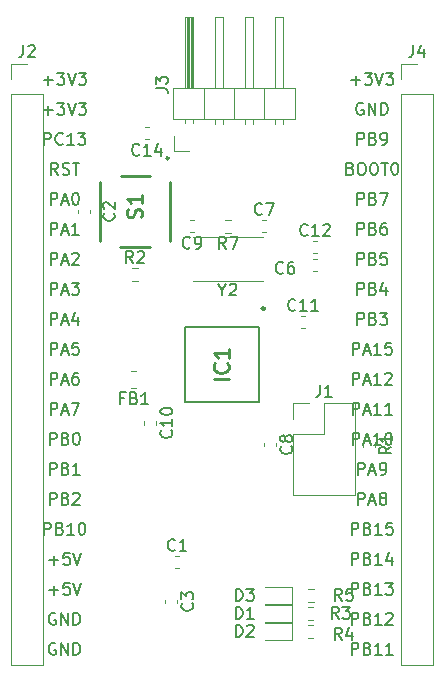
<source format=gbr>
%TF.GenerationSoftware,KiCad,Pcbnew,(5.1.9)-1*%
%TF.CreationDate,2021-02-22T18:19:41+01:00*%
%TF.ProjectId,bluePillG,626c7565-5069-46c6-9c47-2e6b69636164,rev?*%
%TF.SameCoordinates,Original*%
%TF.FileFunction,Legend,Top*%
%TF.FilePolarity,Positive*%
%FSLAX46Y46*%
G04 Gerber Fmt 4.6, Leading zero omitted, Abs format (unit mm)*
G04 Created by KiCad (PCBNEW (5.1.9)-1) date 2021-02-22 18:19:41*
%MOMM*%
%LPD*%
G01*
G04 APERTURE LIST*
%ADD10C,0.150000*%
%ADD11C,0.254000*%
%ADD12C,0.200000*%
%ADD13C,0.120000*%
G04 APERTURE END LIST*
D10*
X81383333Y-79192380D02*
X81383333Y-78192380D01*
X81764285Y-78192380D01*
X81859523Y-78240000D01*
X81907142Y-78287619D01*
X81954761Y-78382857D01*
X81954761Y-78525714D01*
X81907142Y-78620952D01*
X81859523Y-78668571D01*
X81764285Y-78716190D01*
X81383333Y-78716190D01*
X82335714Y-78906666D02*
X82811904Y-78906666D01*
X82240476Y-79192380D02*
X82573809Y-78192380D01*
X82907142Y-79192380D01*
X83288095Y-79192380D02*
X83478571Y-79192380D01*
X83573809Y-79144761D01*
X83621428Y-79097142D01*
X83716666Y-78954285D01*
X83764285Y-78763809D01*
X83764285Y-78382857D01*
X83716666Y-78287619D01*
X83669047Y-78240000D01*
X83573809Y-78192380D01*
X83383333Y-78192380D01*
X83288095Y-78240000D01*
X83240476Y-78287619D01*
X83192857Y-78382857D01*
X83192857Y-78620952D01*
X83240476Y-78716190D01*
X83288095Y-78763809D01*
X83383333Y-78811428D01*
X83573809Y-78811428D01*
X83669047Y-78763809D01*
X83716666Y-78716190D01*
X83764285Y-78620952D01*
X81311904Y-58872380D02*
X81311904Y-57872380D01*
X81692857Y-57872380D01*
X81788095Y-57920000D01*
X81835714Y-57967619D01*
X81883333Y-58062857D01*
X81883333Y-58205714D01*
X81835714Y-58300952D01*
X81788095Y-58348571D01*
X81692857Y-58396190D01*
X81311904Y-58396190D01*
X82645238Y-58348571D02*
X82788095Y-58396190D01*
X82835714Y-58443809D01*
X82883333Y-58539047D01*
X82883333Y-58681904D01*
X82835714Y-58777142D01*
X82788095Y-58824761D01*
X82692857Y-58872380D01*
X82311904Y-58872380D01*
X82311904Y-57872380D01*
X82645238Y-57872380D01*
X82740476Y-57920000D01*
X82788095Y-57967619D01*
X82835714Y-58062857D01*
X82835714Y-58158095D01*
X82788095Y-58253333D01*
X82740476Y-58300952D01*
X82645238Y-58348571D01*
X82311904Y-58348571D01*
X83740476Y-57872380D02*
X83550000Y-57872380D01*
X83454761Y-57920000D01*
X83407142Y-57967619D01*
X83311904Y-58110476D01*
X83264285Y-58300952D01*
X83264285Y-58681904D01*
X83311904Y-58777142D01*
X83359523Y-58824761D01*
X83454761Y-58872380D01*
X83645238Y-58872380D01*
X83740476Y-58824761D01*
X83788095Y-58777142D01*
X83835714Y-58681904D01*
X83835714Y-58443809D01*
X83788095Y-58348571D01*
X83740476Y-58300952D01*
X83645238Y-58253333D01*
X83454761Y-58253333D01*
X83359523Y-58300952D01*
X83311904Y-58348571D01*
X83264285Y-58443809D01*
X81311904Y-56332380D02*
X81311904Y-55332380D01*
X81692857Y-55332380D01*
X81788095Y-55380000D01*
X81835714Y-55427619D01*
X81883333Y-55522857D01*
X81883333Y-55665714D01*
X81835714Y-55760952D01*
X81788095Y-55808571D01*
X81692857Y-55856190D01*
X81311904Y-55856190D01*
X82645238Y-55808571D02*
X82788095Y-55856190D01*
X82835714Y-55903809D01*
X82883333Y-55999047D01*
X82883333Y-56141904D01*
X82835714Y-56237142D01*
X82788095Y-56284761D01*
X82692857Y-56332380D01*
X82311904Y-56332380D01*
X82311904Y-55332380D01*
X82645238Y-55332380D01*
X82740476Y-55380000D01*
X82788095Y-55427619D01*
X82835714Y-55522857D01*
X82835714Y-55618095D01*
X82788095Y-55713333D01*
X82740476Y-55760952D01*
X82645238Y-55808571D01*
X82311904Y-55808571D01*
X83216666Y-55332380D02*
X83883333Y-55332380D01*
X83454761Y-56332380D01*
X80835714Y-89352380D02*
X80835714Y-88352380D01*
X81216666Y-88352380D01*
X81311904Y-88400000D01*
X81359523Y-88447619D01*
X81407142Y-88542857D01*
X81407142Y-88685714D01*
X81359523Y-88780952D01*
X81311904Y-88828571D01*
X81216666Y-88876190D01*
X80835714Y-88876190D01*
X82169047Y-88828571D02*
X82311904Y-88876190D01*
X82359523Y-88923809D01*
X82407142Y-89019047D01*
X82407142Y-89161904D01*
X82359523Y-89257142D01*
X82311904Y-89304761D01*
X82216666Y-89352380D01*
X81835714Y-89352380D01*
X81835714Y-88352380D01*
X82169047Y-88352380D01*
X82264285Y-88400000D01*
X82311904Y-88447619D01*
X82359523Y-88542857D01*
X82359523Y-88638095D01*
X82311904Y-88733333D01*
X82264285Y-88780952D01*
X82169047Y-88828571D01*
X81835714Y-88828571D01*
X83359523Y-89352380D02*
X82788095Y-89352380D01*
X83073809Y-89352380D02*
X83073809Y-88352380D01*
X82978571Y-88495238D01*
X82883333Y-88590476D01*
X82788095Y-88638095D01*
X83692857Y-88352380D02*
X84311904Y-88352380D01*
X83978571Y-88733333D01*
X84121428Y-88733333D01*
X84216666Y-88780952D01*
X84264285Y-88828571D01*
X84311904Y-88923809D01*
X84311904Y-89161904D01*
X84264285Y-89257142D01*
X84216666Y-89304761D01*
X84121428Y-89352380D01*
X83835714Y-89352380D01*
X83740476Y-89304761D01*
X83692857Y-89257142D01*
X80835714Y-86812380D02*
X80835714Y-85812380D01*
X81216666Y-85812380D01*
X81311904Y-85860000D01*
X81359523Y-85907619D01*
X81407142Y-86002857D01*
X81407142Y-86145714D01*
X81359523Y-86240952D01*
X81311904Y-86288571D01*
X81216666Y-86336190D01*
X80835714Y-86336190D01*
X82169047Y-86288571D02*
X82311904Y-86336190D01*
X82359523Y-86383809D01*
X82407142Y-86479047D01*
X82407142Y-86621904D01*
X82359523Y-86717142D01*
X82311904Y-86764761D01*
X82216666Y-86812380D01*
X81835714Y-86812380D01*
X81835714Y-85812380D01*
X82169047Y-85812380D01*
X82264285Y-85860000D01*
X82311904Y-85907619D01*
X82359523Y-86002857D01*
X82359523Y-86098095D01*
X82311904Y-86193333D01*
X82264285Y-86240952D01*
X82169047Y-86288571D01*
X81835714Y-86288571D01*
X83359523Y-86812380D02*
X82788095Y-86812380D01*
X83073809Y-86812380D02*
X83073809Y-85812380D01*
X82978571Y-85955238D01*
X82883333Y-86050476D01*
X82788095Y-86098095D01*
X84216666Y-86145714D02*
X84216666Y-86812380D01*
X83978571Y-85764761D02*
X83740476Y-86479047D01*
X84359523Y-86479047D01*
X81788095Y-47760000D02*
X81692857Y-47712380D01*
X81550000Y-47712380D01*
X81407142Y-47760000D01*
X81311904Y-47855238D01*
X81264285Y-47950476D01*
X81216666Y-48140952D01*
X81216666Y-48283809D01*
X81264285Y-48474285D01*
X81311904Y-48569523D01*
X81407142Y-48664761D01*
X81550000Y-48712380D01*
X81645238Y-48712380D01*
X81788095Y-48664761D01*
X81835714Y-48617142D01*
X81835714Y-48283809D01*
X81645238Y-48283809D01*
X82264285Y-48712380D02*
X82264285Y-47712380D01*
X82835714Y-48712380D01*
X82835714Y-47712380D01*
X83311904Y-48712380D02*
X83311904Y-47712380D01*
X83550000Y-47712380D01*
X83692857Y-47760000D01*
X83788095Y-47855238D01*
X83835714Y-47950476D01*
X83883333Y-48140952D01*
X83883333Y-48283809D01*
X83835714Y-48474285D01*
X83788095Y-48569523D01*
X83692857Y-48664761D01*
X83550000Y-48712380D01*
X83311904Y-48712380D01*
X80907142Y-76652380D02*
X80907142Y-75652380D01*
X81288095Y-75652380D01*
X81383333Y-75700000D01*
X81430952Y-75747619D01*
X81478571Y-75842857D01*
X81478571Y-75985714D01*
X81430952Y-76080952D01*
X81383333Y-76128571D01*
X81288095Y-76176190D01*
X80907142Y-76176190D01*
X81859523Y-76366666D02*
X82335714Y-76366666D01*
X81764285Y-76652380D02*
X82097619Y-75652380D01*
X82430952Y-76652380D01*
X83288095Y-76652380D02*
X82716666Y-76652380D01*
X83002380Y-76652380D02*
X83002380Y-75652380D01*
X82907142Y-75795238D01*
X82811904Y-75890476D01*
X82716666Y-75938095D01*
X83907142Y-75652380D02*
X84002380Y-75652380D01*
X84097619Y-75700000D01*
X84145238Y-75747619D01*
X84192857Y-75842857D01*
X84240476Y-76033333D01*
X84240476Y-76271428D01*
X84192857Y-76461904D01*
X84145238Y-76557142D01*
X84097619Y-76604761D01*
X84002380Y-76652380D01*
X83907142Y-76652380D01*
X83811904Y-76604761D01*
X83764285Y-76557142D01*
X83716666Y-76461904D01*
X83669047Y-76271428D01*
X83669047Y-76033333D01*
X83716666Y-75842857D01*
X83764285Y-75747619D01*
X83811904Y-75700000D01*
X83907142Y-75652380D01*
X80907142Y-74112380D02*
X80907142Y-73112380D01*
X81288095Y-73112380D01*
X81383333Y-73160000D01*
X81430952Y-73207619D01*
X81478571Y-73302857D01*
X81478571Y-73445714D01*
X81430952Y-73540952D01*
X81383333Y-73588571D01*
X81288095Y-73636190D01*
X80907142Y-73636190D01*
X81859523Y-73826666D02*
X82335714Y-73826666D01*
X81764285Y-74112380D02*
X82097619Y-73112380D01*
X82430952Y-74112380D01*
X83288095Y-74112380D02*
X82716666Y-74112380D01*
X83002380Y-74112380D02*
X83002380Y-73112380D01*
X82907142Y-73255238D01*
X82811904Y-73350476D01*
X82716666Y-73398095D01*
X84240476Y-74112380D02*
X83669047Y-74112380D01*
X83954761Y-74112380D02*
X83954761Y-73112380D01*
X83859523Y-73255238D01*
X83764285Y-73350476D01*
X83669047Y-73398095D01*
X80907142Y-71572380D02*
X80907142Y-70572380D01*
X81288095Y-70572380D01*
X81383333Y-70620000D01*
X81430952Y-70667619D01*
X81478571Y-70762857D01*
X81478571Y-70905714D01*
X81430952Y-71000952D01*
X81383333Y-71048571D01*
X81288095Y-71096190D01*
X80907142Y-71096190D01*
X81859523Y-71286666D02*
X82335714Y-71286666D01*
X81764285Y-71572380D02*
X82097619Y-70572380D01*
X82430952Y-71572380D01*
X83288095Y-71572380D02*
X82716666Y-71572380D01*
X83002380Y-71572380D02*
X83002380Y-70572380D01*
X82907142Y-70715238D01*
X82811904Y-70810476D01*
X82716666Y-70858095D01*
X83669047Y-70667619D02*
X83716666Y-70620000D01*
X83811904Y-70572380D01*
X84050000Y-70572380D01*
X84145238Y-70620000D01*
X84192857Y-70667619D01*
X84240476Y-70762857D01*
X84240476Y-70858095D01*
X84192857Y-71000952D01*
X83621428Y-71572380D01*
X84240476Y-71572380D01*
X81311904Y-66492380D02*
X81311904Y-65492380D01*
X81692857Y-65492380D01*
X81788095Y-65540000D01*
X81835714Y-65587619D01*
X81883333Y-65682857D01*
X81883333Y-65825714D01*
X81835714Y-65920952D01*
X81788095Y-65968571D01*
X81692857Y-66016190D01*
X81311904Y-66016190D01*
X82645238Y-65968571D02*
X82788095Y-66016190D01*
X82835714Y-66063809D01*
X82883333Y-66159047D01*
X82883333Y-66301904D01*
X82835714Y-66397142D01*
X82788095Y-66444761D01*
X82692857Y-66492380D01*
X82311904Y-66492380D01*
X82311904Y-65492380D01*
X82645238Y-65492380D01*
X82740476Y-65540000D01*
X82788095Y-65587619D01*
X82835714Y-65682857D01*
X82835714Y-65778095D01*
X82788095Y-65873333D01*
X82740476Y-65920952D01*
X82645238Y-65968571D01*
X82311904Y-65968571D01*
X83216666Y-65492380D02*
X83835714Y-65492380D01*
X83502380Y-65873333D01*
X83645238Y-65873333D01*
X83740476Y-65920952D01*
X83788095Y-65968571D01*
X83835714Y-66063809D01*
X83835714Y-66301904D01*
X83788095Y-66397142D01*
X83740476Y-66444761D01*
X83645238Y-66492380D01*
X83359523Y-66492380D01*
X83264285Y-66444761D01*
X83216666Y-66397142D01*
X81311904Y-61412380D02*
X81311904Y-60412380D01*
X81692857Y-60412380D01*
X81788095Y-60460000D01*
X81835714Y-60507619D01*
X81883333Y-60602857D01*
X81883333Y-60745714D01*
X81835714Y-60840952D01*
X81788095Y-60888571D01*
X81692857Y-60936190D01*
X81311904Y-60936190D01*
X82645238Y-60888571D02*
X82788095Y-60936190D01*
X82835714Y-60983809D01*
X82883333Y-61079047D01*
X82883333Y-61221904D01*
X82835714Y-61317142D01*
X82788095Y-61364761D01*
X82692857Y-61412380D01*
X82311904Y-61412380D01*
X82311904Y-60412380D01*
X82645238Y-60412380D01*
X82740476Y-60460000D01*
X82788095Y-60507619D01*
X82835714Y-60602857D01*
X82835714Y-60698095D01*
X82788095Y-60793333D01*
X82740476Y-60840952D01*
X82645238Y-60888571D01*
X82311904Y-60888571D01*
X83788095Y-60412380D02*
X83311904Y-60412380D01*
X83264285Y-60888571D01*
X83311904Y-60840952D01*
X83407142Y-60793333D01*
X83645238Y-60793333D01*
X83740476Y-60840952D01*
X83788095Y-60888571D01*
X83835714Y-60983809D01*
X83835714Y-61221904D01*
X83788095Y-61317142D01*
X83740476Y-61364761D01*
X83645238Y-61412380D01*
X83407142Y-61412380D01*
X83311904Y-61364761D01*
X83264285Y-61317142D01*
X81383333Y-81732380D02*
X81383333Y-80732380D01*
X81764285Y-80732380D01*
X81859523Y-80780000D01*
X81907142Y-80827619D01*
X81954761Y-80922857D01*
X81954761Y-81065714D01*
X81907142Y-81160952D01*
X81859523Y-81208571D01*
X81764285Y-81256190D01*
X81383333Y-81256190D01*
X82335714Y-81446666D02*
X82811904Y-81446666D01*
X82240476Y-81732380D02*
X82573809Y-80732380D01*
X82907142Y-81732380D01*
X83383333Y-81160952D02*
X83288095Y-81113333D01*
X83240476Y-81065714D01*
X83192857Y-80970476D01*
X83192857Y-80922857D01*
X83240476Y-80827619D01*
X83288095Y-80780000D01*
X83383333Y-80732380D01*
X83573809Y-80732380D01*
X83669047Y-80780000D01*
X83716666Y-80827619D01*
X83764285Y-80922857D01*
X83764285Y-80970476D01*
X83716666Y-81065714D01*
X83669047Y-81113333D01*
X83573809Y-81160952D01*
X83383333Y-81160952D01*
X83288095Y-81208571D01*
X83240476Y-81256190D01*
X83192857Y-81351428D01*
X83192857Y-81541904D01*
X83240476Y-81637142D01*
X83288095Y-81684761D01*
X83383333Y-81732380D01*
X83573809Y-81732380D01*
X83669047Y-81684761D01*
X83716666Y-81637142D01*
X83764285Y-81541904D01*
X83764285Y-81351428D01*
X83716666Y-81256190D01*
X83669047Y-81208571D01*
X83573809Y-81160952D01*
X80907142Y-69032380D02*
X80907142Y-68032380D01*
X81288095Y-68032380D01*
X81383333Y-68080000D01*
X81430952Y-68127619D01*
X81478571Y-68222857D01*
X81478571Y-68365714D01*
X81430952Y-68460952D01*
X81383333Y-68508571D01*
X81288095Y-68556190D01*
X80907142Y-68556190D01*
X81859523Y-68746666D02*
X82335714Y-68746666D01*
X81764285Y-69032380D02*
X82097619Y-68032380D01*
X82430952Y-69032380D01*
X83288095Y-69032380D02*
X82716666Y-69032380D01*
X83002380Y-69032380D02*
X83002380Y-68032380D01*
X82907142Y-68175238D01*
X82811904Y-68270476D01*
X82716666Y-68318095D01*
X84192857Y-68032380D02*
X83716666Y-68032380D01*
X83669047Y-68508571D01*
X83716666Y-68460952D01*
X83811904Y-68413333D01*
X84050000Y-68413333D01*
X84145238Y-68460952D01*
X84192857Y-68508571D01*
X84240476Y-68603809D01*
X84240476Y-68841904D01*
X84192857Y-68937142D01*
X84145238Y-68984761D01*
X84050000Y-69032380D01*
X83811904Y-69032380D01*
X83716666Y-68984761D01*
X83669047Y-68937142D01*
X81311904Y-63952380D02*
X81311904Y-62952380D01*
X81692857Y-62952380D01*
X81788095Y-63000000D01*
X81835714Y-63047619D01*
X81883333Y-63142857D01*
X81883333Y-63285714D01*
X81835714Y-63380952D01*
X81788095Y-63428571D01*
X81692857Y-63476190D01*
X81311904Y-63476190D01*
X82645238Y-63428571D02*
X82788095Y-63476190D01*
X82835714Y-63523809D01*
X82883333Y-63619047D01*
X82883333Y-63761904D01*
X82835714Y-63857142D01*
X82788095Y-63904761D01*
X82692857Y-63952380D01*
X82311904Y-63952380D01*
X82311904Y-62952380D01*
X82645238Y-62952380D01*
X82740476Y-63000000D01*
X82788095Y-63047619D01*
X82835714Y-63142857D01*
X82835714Y-63238095D01*
X82788095Y-63333333D01*
X82740476Y-63380952D01*
X82645238Y-63428571D01*
X82311904Y-63428571D01*
X83740476Y-63285714D02*
X83740476Y-63952380D01*
X83502380Y-62904761D02*
X83264285Y-63619047D01*
X83883333Y-63619047D01*
X80788095Y-45791428D02*
X81550000Y-45791428D01*
X81169047Y-46172380D02*
X81169047Y-45410476D01*
X81930952Y-45172380D02*
X82550000Y-45172380D01*
X82216666Y-45553333D01*
X82359523Y-45553333D01*
X82454761Y-45600952D01*
X82502380Y-45648571D01*
X82550000Y-45743809D01*
X82550000Y-45981904D01*
X82502380Y-46077142D01*
X82454761Y-46124761D01*
X82359523Y-46172380D01*
X82073809Y-46172380D01*
X81978571Y-46124761D01*
X81930952Y-46077142D01*
X82835714Y-45172380D02*
X83169047Y-46172380D01*
X83502380Y-45172380D01*
X83740476Y-45172380D02*
X84359523Y-45172380D01*
X84026190Y-45553333D01*
X84169047Y-45553333D01*
X84264285Y-45600952D01*
X84311904Y-45648571D01*
X84359523Y-45743809D01*
X84359523Y-45981904D01*
X84311904Y-46077142D01*
X84264285Y-46124761D01*
X84169047Y-46172380D01*
X83883333Y-46172380D01*
X83788095Y-46124761D01*
X83740476Y-46077142D01*
X80835714Y-94432380D02*
X80835714Y-93432380D01*
X81216666Y-93432380D01*
X81311904Y-93480000D01*
X81359523Y-93527619D01*
X81407142Y-93622857D01*
X81407142Y-93765714D01*
X81359523Y-93860952D01*
X81311904Y-93908571D01*
X81216666Y-93956190D01*
X80835714Y-93956190D01*
X82169047Y-93908571D02*
X82311904Y-93956190D01*
X82359523Y-94003809D01*
X82407142Y-94099047D01*
X82407142Y-94241904D01*
X82359523Y-94337142D01*
X82311904Y-94384761D01*
X82216666Y-94432380D01*
X81835714Y-94432380D01*
X81835714Y-93432380D01*
X82169047Y-93432380D01*
X82264285Y-93480000D01*
X82311904Y-93527619D01*
X82359523Y-93622857D01*
X82359523Y-93718095D01*
X82311904Y-93813333D01*
X82264285Y-93860952D01*
X82169047Y-93908571D01*
X81835714Y-93908571D01*
X83359523Y-94432380D02*
X82788095Y-94432380D01*
X83073809Y-94432380D02*
X83073809Y-93432380D01*
X82978571Y-93575238D01*
X82883333Y-93670476D01*
X82788095Y-93718095D01*
X84311904Y-94432380D02*
X83740476Y-94432380D01*
X84026190Y-94432380D02*
X84026190Y-93432380D01*
X83930952Y-93575238D01*
X83835714Y-93670476D01*
X83740476Y-93718095D01*
X80835714Y-91892380D02*
X80835714Y-90892380D01*
X81216666Y-90892380D01*
X81311904Y-90940000D01*
X81359523Y-90987619D01*
X81407142Y-91082857D01*
X81407142Y-91225714D01*
X81359523Y-91320952D01*
X81311904Y-91368571D01*
X81216666Y-91416190D01*
X80835714Y-91416190D01*
X82169047Y-91368571D02*
X82311904Y-91416190D01*
X82359523Y-91463809D01*
X82407142Y-91559047D01*
X82407142Y-91701904D01*
X82359523Y-91797142D01*
X82311904Y-91844761D01*
X82216666Y-91892380D01*
X81835714Y-91892380D01*
X81835714Y-90892380D01*
X82169047Y-90892380D01*
X82264285Y-90940000D01*
X82311904Y-90987619D01*
X82359523Y-91082857D01*
X82359523Y-91178095D01*
X82311904Y-91273333D01*
X82264285Y-91320952D01*
X82169047Y-91368571D01*
X81835714Y-91368571D01*
X83359523Y-91892380D02*
X82788095Y-91892380D01*
X83073809Y-91892380D02*
X83073809Y-90892380D01*
X82978571Y-91035238D01*
X82883333Y-91130476D01*
X82788095Y-91178095D01*
X83740476Y-90987619D02*
X83788095Y-90940000D01*
X83883333Y-90892380D01*
X84121428Y-90892380D01*
X84216666Y-90940000D01*
X84264285Y-90987619D01*
X84311904Y-91082857D01*
X84311904Y-91178095D01*
X84264285Y-91320952D01*
X83692857Y-91892380D01*
X84311904Y-91892380D01*
X81311904Y-51252380D02*
X81311904Y-50252380D01*
X81692857Y-50252380D01*
X81788095Y-50300000D01*
X81835714Y-50347619D01*
X81883333Y-50442857D01*
X81883333Y-50585714D01*
X81835714Y-50680952D01*
X81788095Y-50728571D01*
X81692857Y-50776190D01*
X81311904Y-50776190D01*
X82645238Y-50728571D02*
X82788095Y-50776190D01*
X82835714Y-50823809D01*
X82883333Y-50919047D01*
X82883333Y-51061904D01*
X82835714Y-51157142D01*
X82788095Y-51204761D01*
X82692857Y-51252380D01*
X82311904Y-51252380D01*
X82311904Y-50252380D01*
X82645238Y-50252380D01*
X82740476Y-50300000D01*
X82788095Y-50347619D01*
X82835714Y-50442857D01*
X82835714Y-50538095D01*
X82788095Y-50633333D01*
X82740476Y-50680952D01*
X82645238Y-50728571D01*
X82311904Y-50728571D01*
X83359523Y-51252380D02*
X83550000Y-51252380D01*
X83645238Y-51204761D01*
X83692857Y-51157142D01*
X83788095Y-51014285D01*
X83835714Y-50823809D01*
X83835714Y-50442857D01*
X83788095Y-50347619D01*
X83740476Y-50300000D01*
X83645238Y-50252380D01*
X83454761Y-50252380D01*
X83359523Y-50300000D01*
X83311904Y-50347619D01*
X83264285Y-50442857D01*
X83264285Y-50680952D01*
X83311904Y-50776190D01*
X83359523Y-50823809D01*
X83454761Y-50871428D01*
X83645238Y-50871428D01*
X83740476Y-50823809D01*
X83788095Y-50776190D01*
X83835714Y-50680952D01*
X80835714Y-84272380D02*
X80835714Y-83272380D01*
X81216666Y-83272380D01*
X81311904Y-83320000D01*
X81359523Y-83367619D01*
X81407142Y-83462857D01*
X81407142Y-83605714D01*
X81359523Y-83700952D01*
X81311904Y-83748571D01*
X81216666Y-83796190D01*
X80835714Y-83796190D01*
X82169047Y-83748571D02*
X82311904Y-83796190D01*
X82359523Y-83843809D01*
X82407142Y-83939047D01*
X82407142Y-84081904D01*
X82359523Y-84177142D01*
X82311904Y-84224761D01*
X82216666Y-84272380D01*
X81835714Y-84272380D01*
X81835714Y-83272380D01*
X82169047Y-83272380D01*
X82264285Y-83320000D01*
X82311904Y-83367619D01*
X82359523Y-83462857D01*
X82359523Y-83558095D01*
X82311904Y-83653333D01*
X82264285Y-83700952D01*
X82169047Y-83748571D01*
X81835714Y-83748571D01*
X83359523Y-84272380D02*
X82788095Y-84272380D01*
X83073809Y-84272380D02*
X83073809Y-83272380D01*
X82978571Y-83415238D01*
X82883333Y-83510476D01*
X82788095Y-83558095D01*
X84264285Y-83272380D02*
X83788095Y-83272380D01*
X83740476Y-83748571D01*
X83788095Y-83700952D01*
X83883333Y-83653333D01*
X84121428Y-83653333D01*
X84216666Y-83700952D01*
X84264285Y-83748571D01*
X84311904Y-83843809D01*
X84311904Y-84081904D01*
X84264285Y-84177142D01*
X84216666Y-84224761D01*
X84121428Y-84272380D01*
X83883333Y-84272380D01*
X83788095Y-84224761D01*
X83740476Y-84177142D01*
X80716666Y-53268571D02*
X80859523Y-53316190D01*
X80907142Y-53363809D01*
X80954761Y-53459047D01*
X80954761Y-53601904D01*
X80907142Y-53697142D01*
X80859523Y-53744761D01*
X80764285Y-53792380D01*
X80383333Y-53792380D01*
X80383333Y-52792380D01*
X80716666Y-52792380D01*
X80811904Y-52840000D01*
X80859523Y-52887619D01*
X80907142Y-52982857D01*
X80907142Y-53078095D01*
X80859523Y-53173333D01*
X80811904Y-53220952D01*
X80716666Y-53268571D01*
X80383333Y-53268571D01*
X81573809Y-52792380D02*
X81764285Y-52792380D01*
X81859523Y-52840000D01*
X81954761Y-52935238D01*
X82002380Y-53125714D01*
X82002380Y-53459047D01*
X81954761Y-53649523D01*
X81859523Y-53744761D01*
X81764285Y-53792380D01*
X81573809Y-53792380D01*
X81478571Y-53744761D01*
X81383333Y-53649523D01*
X81335714Y-53459047D01*
X81335714Y-53125714D01*
X81383333Y-52935238D01*
X81478571Y-52840000D01*
X81573809Y-52792380D01*
X82621428Y-52792380D02*
X82811904Y-52792380D01*
X82907142Y-52840000D01*
X83002380Y-52935238D01*
X83050000Y-53125714D01*
X83050000Y-53459047D01*
X83002380Y-53649523D01*
X82907142Y-53744761D01*
X82811904Y-53792380D01*
X82621428Y-53792380D01*
X82526190Y-53744761D01*
X82430952Y-53649523D01*
X82383333Y-53459047D01*
X82383333Y-53125714D01*
X82430952Y-52935238D01*
X82526190Y-52840000D01*
X82621428Y-52792380D01*
X83335714Y-52792380D02*
X83907142Y-52792380D01*
X83621428Y-53792380D02*
X83621428Y-52792380D01*
X84430952Y-52792380D02*
X84526190Y-52792380D01*
X84621428Y-52840000D01*
X84669047Y-52887619D01*
X84716666Y-52982857D01*
X84764285Y-53173333D01*
X84764285Y-53411428D01*
X84716666Y-53601904D01*
X84669047Y-53697142D01*
X84621428Y-53744761D01*
X84526190Y-53792380D01*
X84430952Y-53792380D01*
X84335714Y-53744761D01*
X84288095Y-53697142D01*
X84240476Y-53601904D01*
X84192857Y-53411428D01*
X84192857Y-53173333D01*
X84240476Y-52982857D01*
X84288095Y-52887619D01*
X84335714Y-52840000D01*
X84430952Y-52792380D01*
X55753095Y-93480000D02*
X55657857Y-93432380D01*
X55515000Y-93432380D01*
X55372142Y-93480000D01*
X55276904Y-93575238D01*
X55229285Y-93670476D01*
X55181666Y-93860952D01*
X55181666Y-94003809D01*
X55229285Y-94194285D01*
X55276904Y-94289523D01*
X55372142Y-94384761D01*
X55515000Y-94432380D01*
X55610238Y-94432380D01*
X55753095Y-94384761D01*
X55800714Y-94337142D01*
X55800714Y-94003809D01*
X55610238Y-94003809D01*
X56229285Y-94432380D02*
X56229285Y-93432380D01*
X56800714Y-94432380D01*
X56800714Y-93432380D01*
X57276904Y-94432380D02*
X57276904Y-93432380D01*
X57515000Y-93432380D01*
X57657857Y-93480000D01*
X57753095Y-93575238D01*
X57800714Y-93670476D01*
X57848333Y-93860952D01*
X57848333Y-94003809D01*
X57800714Y-94194285D01*
X57753095Y-94289523D01*
X57657857Y-94384761D01*
X57515000Y-94432380D01*
X57276904Y-94432380D01*
X55753095Y-90940000D02*
X55657857Y-90892380D01*
X55515000Y-90892380D01*
X55372142Y-90940000D01*
X55276904Y-91035238D01*
X55229285Y-91130476D01*
X55181666Y-91320952D01*
X55181666Y-91463809D01*
X55229285Y-91654285D01*
X55276904Y-91749523D01*
X55372142Y-91844761D01*
X55515000Y-91892380D01*
X55610238Y-91892380D01*
X55753095Y-91844761D01*
X55800714Y-91797142D01*
X55800714Y-91463809D01*
X55610238Y-91463809D01*
X56229285Y-91892380D02*
X56229285Y-90892380D01*
X56800714Y-91892380D01*
X56800714Y-90892380D01*
X57276904Y-91892380D02*
X57276904Y-90892380D01*
X57515000Y-90892380D01*
X57657857Y-90940000D01*
X57753095Y-91035238D01*
X57800714Y-91130476D01*
X57848333Y-91320952D01*
X57848333Y-91463809D01*
X57800714Y-91654285D01*
X57753095Y-91749523D01*
X57657857Y-91844761D01*
X57515000Y-91892380D01*
X57276904Y-91892380D01*
X55229285Y-88971428D02*
X55991190Y-88971428D01*
X55610238Y-89352380D02*
X55610238Y-88590476D01*
X56943571Y-88352380D02*
X56467380Y-88352380D01*
X56419761Y-88828571D01*
X56467380Y-88780952D01*
X56562619Y-88733333D01*
X56800714Y-88733333D01*
X56895952Y-88780952D01*
X56943571Y-88828571D01*
X56991190Y-88923809D01*
X56991190Y-89161904D01*
X56943571Y-89257142D01*
X56895952Y-89304761D01*
X56800714Y-89352380D01*
X56562619Y-89352380D01*
X56467380Y-89304761D01*
X56419761Y-89257142D01*
X57276904Y-88352380D02*
X57610238Y-89352380D01*
X57943571Y-88352380D01*
X55229285Y-86431428D02*
X55991190Y-86431428D01*
X55610238Y-86812380D02*
X55610238Y-86050476D01*
X56943571Y-85812380D02*
X56467380Y-85812380D01*
X56419761Y-86288571D01*
X56467380Y-86240952D01*
X56562619Y-86193333D01*
X56800714Y-86193333D01*
X56895952Y-86240952D01*
X56943571Y-86288571D01*
X56991190Y-86383809D01*
X56991190Y-86621904D01*
X56943571Y-86717142D01*
X56895952Y-86764761D01*
X56800714Y-86812380D01*
X56562619Y-86812380D01*
X56467380Y-86764761D01*
X56419761Y-86717142D01*
X57276904Y-85812380D02*
X57610238Y-86812380D01*
X57943571Y-85812380D01*
X54800714Y-84272380D02*
X54800714Y-83272380D01*
X55181666Y-83272380D01*
X55276904Y-83320000D01*
X55324523Y-83367619D01*
X55372142Y-83462857D01*
X55372142Y-83605714D01*
X55324523Y-83700952D01*
X55276904Y-83748571D01*
X55181666Y-83796190D01*
X54800714Y-83796190D01*
X56134047Y-83748571D02*
X56276904Y-83796190D01*
X56324523Y-83843809D01*
X56372142Y-83939047D01*
X56372142Y-84081904D01*
X56324523Y-84177142D01*
X56276904Y-84224761D01*
X56181666Y-84272380D01*
X55800714Y-84272380D01*
X55800714Y-83272380D01*
X56134047Y-83272380D01*
X56229285Y-83320000D01*
X56276904Y-83367619D01*
X56324523Y-83462857D01*
X56324523Y-83558095D01*
X56276904Y-83653333D01*
X56229285Y-83700952D01*
X56134047Y-83748571D01*
X55800714Y-83748571D01*
X57324523Y-84272380D02*
X56753095Y-84272380D01*
X57038809Y-84272380D02*
X57038809Y-83272380D01*
X56943571Y-83415238D01*
X56848333Y-83510476D01*
X56753095Y-83558095D01*
X57943571Y-83272380D02*
X58038809Y-83272380D01*
X58134047Y-83320000D01*
X58181666Y-83367619D01*
X58229285Y-83462857D01*
X58276904Y-83653333D01*
X58276904Y-83891428D01*
X58229285Y-84081904D01*
X58181666Y-84177142D01*
X58134047Y-84224761D01*
X58038809Y-84272380D01*
X57943571Y-84272380D01*
X57848333Y-84224761D01*
X57800714Y-84177142D01*
X57753095Y-84081904D01*
X57705476Y-83891428D01*
X57705476Y-83653333D01*
X57753095Y-83462857D01*
X57800714Y-83367619D01*
X57848333Y-83320000D01*
X57943571Y-83272380D01*
X55276904Y-81732380D02*
X55276904Y-80732380D01*
X55657857Y-80732380D01*
X55753095Y-80780000D01*
X55800714Y-80827619D01*
X55848333Y-80922857D01*
X55848333Y-81065714D01*
X55800714Y-81160952D01*
X55753095Y-81208571D01*
X55657857Y-81256190D01*
X55276904Y-81256190D01*
X56610238Y-81208571D02*
X56753095Y-81256190D01*
X56800714Y-81303809D01*
X56848333Y-81399047D01*
X56848333Y-81541904D01*
X56800714Y-81637142D01*
X56753095Y-81684761D01*
X56657857Y-81732380D01*
X56276904Y-81732380D01*
X56276904Y-80732380D01*
X56610238Y-80732380D01*
X56705476Y-80780000D01*
X56753095Y-80827619D01*
X56800714Y-80922857D01*
X56800714Y-81018095D01*
X56753095Y-81113333D01*
X56705476Y-81160952D01*
X56610238Y-81208571D01*
X56276904Y-81208571D01*
X57229285Y-80827619D02*
X57276904Y-80780000D01*
X57372142Y-80732380D01*
X57610238Y-80732380D01*
X57705476Y-80780000D01*
X57753095Y-80827619D01*
X57800714Y-80922857D01*
X57800714Y-81018095D01*
X57753095Y-81160952D01*
X57181666Y-81732380D01*
X57800714Y-81732380D01*
X55276904Y-79192380D02*
X55276904Y-78192380D01*
X55657857Y-78192380D01*
X55753095Y-78240000D01*
X55800714Y-78287619D01*
X55848333Y-78382857D01*
X55848333Y-78525714D01*
X55800714Y-78620952D01*
X55753095Y-78668571D01*
X55657857Y-78716190D01*
X55276904Y-78716190D01*
X56610238Y-78668571D02*
X56753095Y-78716190D01*
X56800714Y-78763809D01*
X56848333Y-78859047D01*
X56848333Y-79001904D01*
X56800714Y-79097142D01*
X56753095Y-79144761D01*
X56657857Y-79192380D01*
X56276904Y-79192380D01*
X56276904Y-78192380D01*
X56610238Y-78192380D01*
X56705476Y-78240000D01*
X56753095Y-78287619D01*
X56800714Y-78382857D01*
X56800714Y-78478095D01*
X56753095Y-78573333D01*
X56705476Y-78620952D01*
X56610238Y-78668571D01*
X56276904Y-78668571D01*
X57800714Y-79192380D02*
X57229285Y-79192380D01*
X57515000Y-79192380D02*
X57515000Y-78192380D01*
X57419761Y-78335238D01*
X57324523Y-78430476D01*
X57229285Y-78478095D01*
X55276904Y-76652380D02*
X55276904Y-75652380D01*
X55657857Y-75652380D01*
X55753095Y-75700000D01*
X55800714Y-75747619D01*
X55848333Y-75842857D01*
X55848333Y-75985714D01*
X55800714Y-76080952D01*
X55753095Y-76128571D01*
X55657857Y-76176190D01*
X55276904Y-76176190D01*
X56610238Y-76128571D02*
X56753095Y-76176190D01*
X56800714Y-76223809D01*
X56848333Y-76319047D01*
X56848333Y-76461904D01*
X56800714Y-76557142D01*
X56753095Y-76604761D01*
X56657857Y-76652380D01*
X56276904Y-76652380D01*
X56276904Y-75652380D01*
X56610238Y-75652380D01*
X56705476Y-75700000D01*
X56753095Y-75747619D01*
X56800714Y-75842857D01*
X56800714Y-75938095D01*
X56753095Y-76033333D01*
X56705476Y-76080952D01*
X56610238Y-76128571D01*
X56276904Y-76128571D01*
X57467380Y-75652380D02*
X57562619Y-75652380D01*
X57657857Y-75700000D01*
X57705476Y-75747619D01*
X57753095Y-75842857D01*
X57800714Y-76033333D01*
X57800714Y-76271428D01*
X57753095Y-76461904D01*
X57705476Y-76557142D01*
X57657857Y-76604761D01*
X57562619Y-76652380D01*
X57467380Y-76652380D01*
X57372142Y-76604761D01*
X57324523Y-76557142D01*
X57276904Y-76461904D01*
X57229285Y-76271428D01*
X57229285Y-76033333D01*
X57276904Y-75842857D01*
X57324523Y-75747619D01*
X57372142Y-75700000D01*
X57467380Y-75652380D01*
X55348333Y-74112380D02*
X55348333Y-73112380D01*
X55729285Y-73112380D01*
X55824523Y-73160000D01*
X55872142Y-73207619D01*
X55919761Y-73302857D01*
X55919761Y-73445714D01*
X55872142Y-73540952D01*
X55824523Y-73588571D01*
X55729285Y-73636190D01*
X55348333Y-73636190D01*
X56300714Y-73826666D02*
X56776904Y-73826666D01*
X56205476Y-74112380D02*
X56538809Y-73112380D01*
X56872142Y-74112380D01*
X57110238Y-73112380D02*
X57776904Y-73112380D01*
X57348333Y-74112380D01*
X55348333Y-71572380D02*
X55348333Y-70572380D01*
X55729285Y-70572380D01*
X55824523Y-70620000D01*
X55872142Y-70667619D01*
X55919761Y-70762857D01*
X55919761Y-70905714D01*
X55872142Y-71000952D01*
X55824523Y-71048571D01*
X55729285Y-71096190D01*
X55348333Y-71096190D01*
X56300714Y-71286666D02*
X56776904Y-71286666D01*
X56205476Y-71572380D02*
X56538809Y-70572380D01*
X56872142Y-71572380D01*
X57634047Y-70572380D02*
X57443571Y-70572380D01*
X57348333Y-70620000D01*
X57300714Y-70667619D01*
X57205476Y-70810476D01*
X57157857Y-71000952D01*
X57157857Y-71381904D01*
X57205476Y-71477142D01*
X57253095Y-71524761D01*
X57348333Y-71572380D01*
X57538809Y-71572380D01*
X57634047Y-71524761D01*
X57681666Y-71477142D01*
X57729285Y-71381904D01*
X57729285Y-71143809D01*
X57681666Y-71048571D01*
X57634047Y-71000952D01*
X57538809Y-70953333D01*
X57348333Y-70953333D01*
X57253095Y-71000952D01*
X57205476Y-71048571D01*
X57157857Y-71143809D01*
X55348333Y-69032380D02*
X55348333Y-68032380D01*
X55729285Y-68032380D01*
X55824523Y-68080000D01*
X55872142Y-68127619D01*
X55919761Y-68222857D01*
X55919761Y-68365714D01*
X55872142Y-68460952D01*
X55824523Y-68508571D01*
X55729285Y-68556190D01*
X55348333Y-68556190D01*
X56300714Y-68746666D02*
X56776904Y-68746666D01*
X56205476Y-69032380D02*
X56538809Y-68032380D01*
X56872142Y-69032380D01*
X57681666Y-68032380D02*
X57205476Y-68032380D01*
X57157857Y-68508571D01*
X57205476Y-68460952D01*
X57300714Y-68413333D01*
X57538809Y-68413333D01*
X57634047Y-68460952D01*
X57681666Y-68508571D01*
X57729285Y-68603809D01*
X57729285Y-68841904D01*
X57681666Y-68937142D01*
X57634047Y-68984761D01*
X57538809Y-69032380D01*
X57300714Y-69032380D01*
X57205476Y-68984761D01*
X57157857Y-68937142D01*
X55348333Y-66492380D02*
X55348333Y-65492380D01*
X55729285Y-65492380D01*
X55824523Y-65540000D01*
X55872142Y-65587619D01*
X55919761Y-65682857D01*
X55919761Y-65825714D01*
X55872142Y-65920952D01*
X55824523Y-65968571D01*
X55729285Y-66016190D01*
X55348333Y-66016190D01*
X56300714Y-66206666D02*
X56776904Y-66206666D01*
X56205476Y-66492380D02*
X56538809Y-65492380D01*
X56872142Y-66492380D01*
X57634047Y-65825714D02*
X57634047Y-66492380D01*
X57395952Y-65444761D02*
X57157857Y-66159047D01*
X57776904Y-66159047D01*
X55348333Y-63952380D02*
X55348333Y-62952380D01*
X55729285Y-62952380D01*
X55824523Y-63000000D01*
X55872142Y-63047619D01*
X55919761Y-63142857D01*
X55919761Y-63285714D01*
X55872142Y-63380952D01*
X55824523Y-63428571D01*
X55729285Y-63476190D01*
X55348333Y-63476190D01*
X56300714Y-63666666D02*
X56776904Y-63666666D01*
X56205476Y-63952380D02*
X56538809Y-62952380D01*
X56872142Y-63952380D01*
X57110238Y-62952380D02*
X57729285Y-62952380D01*
X57395952Y-63333333D01*
X57538809Y-63333333D01*
X57634047Y-63380952D01*
X57681666Y-63428571D01*
X57729285Y-63523809D01*
X57729285Y-63761904D01*
X57681666Y-63857142D01*
X57634047Y-63904761D01*
X57538809Y-63952380D01*
X57253095Y-63952380D01*
X57157857Y-63904761D01*
X57110238Y-63857142D01*
X55348333Y-61412380D02*
X55348333Y-60412380D01*
X55729285Y-60412380D01*
X55824523Y-60460000D01*
X55872142Y-60507619D01*
X55919761Y-60602857D01*
X55919761Y-60745714D01*
X55872142Y-60840952D01*
X55824523Y-60888571D01*
X55729285Y-60936190D01*
X55348333Y-60936190D01*
X56300714Y-61126666D02*
X56776904Y-61126666D01*
X56205476Y-61412380D02*
X56538809Y-60412380D01*
X56872142Y-61412380D01*
X57157857Y-60507619D02*
X57205476Y-60460000D01*
X57300714Y-60412380D01*
X57538809Y-60412380D01*
X57634047Y-60460000D01*
X57681666Y-60507619D01*
X57729285Y-60602857D01*
X57729285Y-60698095D01*
X57681666Y-60840952D01*
X57110238Y-61412380D01*
X57729285Y-61412380D01*
X55348333Y-58872380D02*
X55348333Y-57872380D01*
X55729285Y-57872380D01*
X55824523Y-57920000D01*
X55872142Y-57967619D01*
X55919761Y-58062857D01*
X55919761Y-58205714D01*
X55872142Y-58300952D01*
X55824523Y-58348571D01*
X55729285Y-58396190D01*
X55348333Y-58396190D01*
X56300714Y-58586666D02*
X56776904Y-58586666D01*
X56205476Y-58872380D02*
X56538809Y-57872380D01*
X56872142Y-58872380D01*
X57729285Y-58872380D02*
X57157857Y-58872380D01*
X57443571Y-58872380D02*
X57443571Y-57872380D01*
X57348333Y-58015238D01*
X57253095Y-58110476D01*
X57157857Y-58158095D01*
X55348333Y-56332380D02*
X55348333Y-55332380D01*
X55729285Y-55332380D01*
X55824523Y-55380000D01*
X55872142Y-55427619D01*
X55919761Y-55522857D01*
X55919761Y-55665714D01*
X55872142Y-55760952D01*
X55824523Y-55808571D01*
X55729285Y-55856190D01*
X55348333Y-55856190D01*
X56300714Y-56046666D02*
X56776904Y-56046666D01*
X56205476Y-56332380D02*
X56538809Y-55332380D01*
X56872142Y-56332380D01*
X57395952Y-55332380D02*
X57491190Y-55332380D01*
X57586428Y-55380000D01*
X57634047Y-55427619D01*
X57681666Y-55522857D01*
X57729285Y-55713333D01*
X57729285Y-55951428D01*
X57681666Y-56141904D01*
X57634047Y-56237142D01*
X57586428Y-56284761D01*
X57491190Y-56332380D01*
X57395952Y-56332380D01*
X57300714Y-56284761D01*
X57253095Y-56237142D01*
X57205476Y-56141904D01*
X57157857Y-55951428D01*
X57157857Y-55713333D01*
X57205476Y-55522857D01*
X57253095Y-55427619D01*
X57300714Y-55380000D01*
X57395952Y-55332380D01*
X55967380Y-53792380D02*
X55634047Y-53316190D01*
X55395952Y-53792380D02*
X55395952Y-52792380D01*
X55776904Y-52792380D01*
X55872142Y-52840000D01*
X55919761Y-52887619D01*
X55967380Y-52982857D01*
X55967380Y-53125714D01*
X55919761Y-53220952D01*
X55872142Y-53268571D01*
X55776904Y-53316190D01*
X55395952Y-53316190D01*
X56348333Y-53744761D02*
X56491190Y-53792380D01*
X56729285Y-53792380D01*
X56824523Y-53744761D01*
X56872142Y-53697142D01*
X56919761Y-53601904D01*
X56919761Y-53506666D01*
X56872142Y-53411428D01*
X56824523Y-53363809D01*
X56729285Y-53316190D01*
X56538809Y-53268571D01*
X56443571Y-53220952D01*
X56395952Y-53173333D01*
X56348333Y-53078095D01*
X56348333Y-52982857D01*
X56395952Y-52887619D01*
X56443571Y-52840000D01*
X56538809Y-52792380D01*
X56776904Y-52792380D01*
X56919761Y-52840000D01*
X57205476Y-52792380D02*
X57776904Y-52792380D01*
X57491190Y-53792380D02*
X57491190Y-52792380D01*
X54800714Y-51252380D02*
X54800714Y-50252380D01*
X55181666Y-50252380D01*
X55276904Y-50300000D01*
X55324523Y-50347619D01*
X55372142Y-50442857D01*
X55372142Y-50585714D01*
X55324523Y-50680952D01*
X55276904Y-50728571D01*
X55181666Y-50776190D01*
X54800714Y-50776190D01*
X56372142Y-51157142D02*
X56324523Y-51204761D01*
X56181666Y-51252380D01*
X56086428Y-51252380D01*
X55943571Y-51204761D01*
X55848333Y-51109523D01*
X55800714Y-51014285D01*
X55753095Y-50823809D01*
X55753095Y-50680952D01*
X55800714Y-50490476D01*
X55848333Y-50395238D01*
X55943571Y-50300000D01*
X56086428Y-50252380D01*
X56181666Y-50252380D01*
X56324523Y-50300000D01*
X56372142Y-50347619D01*
X57324523Y-51252380D02*
X56753095Y-51252380D01*
X57038809Y-51252380D02*
X57038809Y-50252380D01*
X56943571Y-50395238D01*
X56848333Y-50490476D01*
X56753095Y-50538095D01*
X57657857Y-50252380D02*
X58276904Y-50252380D01*
X57943571Y-50633333D01*
X58086428Y-50633333D01*
X58181666Y-50680952D01*
X58229285Y-50728571D01*
X58276904Y-50823809D01*
X58276904Y-51061904D01*
X58229285Y-51157142D01*
X58181666Y-51204761D01*
X58086428Y-51252380D01*
X57800714Y-51252380D01*
X57705476Y-51204761D01*
X57657857Y-51157142D01*
X54753095Y-48331428D02*
X55515000Y-48331428D01*
X55134047Y-48712380D02*
X55134047Y-47950476D01*
X55895952Y-47712380D02*
X56515000Y-47712380D01*
X56181666Y-48093333D01*
X56324523Y-48093333D01*
X56419761Y-48140952D01*
X56467380Y-48188571D01*
X56515000Y-48283809D01*
X56515000Y-48521904D01*
X56467380Y-48617142D01*
X56419761Y-48664761D01*
X56324523Y-48712380D01*
X56038809Y-48712380D01*
X55943571Y-48664761D01*
X55895952Y-48617142D01*
X56800714Y-47712380D02*
X57134047Y-48712380D01*
X57467380Y-47712380D01*
X57705476Y-47712380D02*
X58324523Y-47712380D01*
X57991190Y-48093333D01*
X58134047Y-48093333D01*
X58229285Y-48140952D01*
X58276904Y-48188571D01*
X58324523Y-48283809D01*
X58324523Y-48521904D01*
X58276904Y-48617142D01*
X58229285Y-48664761D01*
X58134047Y-48712380D01*
X57848333Y-48712380D01*
X57753095Y-48664761D01*
X57705476Y-48617142D01*
X54753095Y-45791428D02*
X55515000Y-45791428D01*
X55134047Y-46172380D02*
X55134047Y-45410476D01*
X55895952Y-45172380D02*
X56515000Y-45172380D01*
X56181666Y-45553333D01*
X56324523Y-45553333D01*
X56419761Y-45600952D01*
X56467380Y-45648571D01*
X56515000Y-45743809D01*
X56515000Y-45981904D01*
X56467380Y-46077142D01*
X56419761Y-46124761D01*
X56324523Y-46172380D01*
X56038809Y-46172380D01*
X55943571Y-46124761D01*
X55895952Y-46077142D01*
X56800714Y-45172380D02*
X57134047Y-46172380D01*
X57467380Y-45172380D01*
X57705476Y-45172380D02*
X58324523Y-45172380D01*
X57991190Y-45553333D01*
X58134047Y-45553333D01*
X58229285Y-45600952D01*
X58276904Y-45648571D01*
X58324523Y-45743809D01*
X58324523Y-45981904D01*
X58276904Y-46077142D01*
X58229285Y-46124761D01*
X58134047Y-46172380D01*
X57848333Y-46172380D01*
X57753095Y-46124761D01*
X57705476Y-46077142D01*
D11*
%TO.C,S1*%
X65479000Y-54396000D02*
X65479000Y-59396000D01*
X63739670Y-53901000D02*
X61304000Y-53901000D01*
X63796330Y-59891000D02*
X61204670Y-59891000D01*
X59489000Y-54396000D02*
X59489000Y-59396000D01*
X65340005Y-52391665D02*
G75*
G03*
X65340005Y-52391665I-99335J0D01*
G01*
D12*
%TO.C,IC1*%
X73000000Y-66700000D02*
X73000000Y-73000000D01*
X73000000Y-73000000D02*
X66700000Y-73000000D01*
X66700000Y-73000000D02*
X66700000Y-66700000D01*
X66700000Y-66700000D02*
X73000000Y-66700000D01*
D11*
X73475000Y-65125000D02*
G75*
G03*
X73475000Y-65125000I-125000J0D01*
G01*
D13*
%TO.C,Y2*%
X73358000Y-62820000D02*
X67358000Y-62820000D01*
X73358000Y-59100000D02*
X67358000Y-59100000D01*
%TO.C,R7*%
X70595258Y-58688500D02*
X70120742Y-58688500D01*
X70595258Y-57643500D02*
X70120742Y-57643500D01*
%TO.C,R5*%
X77168742Y-88885500D02*
X77643258Y-88885500D01*
X77168742Y-89930500D02*
X77643258Y-89930500D01*
%TO.C,R4*%
X77105742Y-91933500D02*
X77580258Y-91933500D01*
X77105742Y-92978500D02*
X77580258Y-92978500D01*
%TO.C,R3*%
X77105742Y-90409500D02*
X77580258Y-90409500D01*
X77105742Y-91454500D02*
X77580258Y-91454500D01*
%TO.C,R2*%
X62246742Y-61707500D02*
X62721258Y-61707500D01*
X62246742Y-62752500D02*
X62721258Y-62752500D01*
%TO.C,R1*%
X82818500Y-76406742D02*
X82818500Y-76881258D01*
X81773500Y-76406742D02*
X81773500Y-76881258D01*
%TO.C,J4*%
X85030000Y-95310000D02*
X87690000Y-95310000D01*
X85030000Y-46990000D02*
X85030000Y-95310000D01*
X87690000Y-46990000D02*
X87690000Y-95310000D01*
X85030000Y-46990000D02*
X87690000Y-46990000D01*
X85030000Y-45720000D02*
X85030000Y-44390000D01*
X85030000Y-44390000D02*
X86360000Y-44390000D01*
%TO.C,J3*%
X65726000Y-49106000D02*
X76006000Y-49106000D01*
X76006000Y-49106000D02*
X76006000Y-46446000D01*
X76006000Y-46446000D02*
X65726000Y-46446000D01*
X65726000Y-46446000D02*
X65726000Y-49106000D01*
X66676000Y-46446000D02*
X66676000Y-40446000D01*
X66676000Y-40446000D02*
X67436000Y-40446000D01*
X67436000Y-40446000D02*
X67436000Y-46446000D01*
X66736000Y-46446000D02*
X66736000Y-40446000D01*
X66856000Y-46446000D02*
X66856000Y-40446000D01*
X66976000Y-46446000D02*
X66976000Y-40446000D01*
X67096000Y-46446000D02*
X67096000Y-40446000D01*
X67216000Y-46446000D02*
X67216000Y-40446000D01*
X67336000Y-46446000D02*
X67336000Y-40446000D01*
X66676000Y-49436000D02*
X66676000Y-49106000D01*
X67436000Y-49436000D02*
X67436000Y-49106000D01*
X68326000Y-49106000D02*
X68326000Y-46446000D01*
X69216000Y-46446000D02*
X69216000Y-40446000D01*
X69216000Y-40446000D02*
X69976000Y-40446000D01*
X69976000Y-40446000D02*
X69976000Y-46446000D01*
X69216000Y-49503071D02*
X69216000Y-49106000D01*
X69976000Y-49503071D02*
X69976000Y-49106000D01*
X70866000Y-49106000D02*
X70866000Y-46446000D01*
X71756000Y-46446000D02*
X71756000Y-40446000D01*
X71756000Y-40446000D02*
X72516000Y-40446000D01*
X72516000Y-40446000D02*
X72516000Y-46446000D01*
X71756000Y-49503071D02*
X71756000Y-49106000D01*
X72516000Y-49503071D02*
X72516000Y-49106000D01*
X73406000Y-49106000D02*
X73406000Y-46446000D01*
X74296000Y-46446000D02*
X74296000Y-40446000D01*
X74296000Y-40446000D02*
X75056000Y-40446000D01*
X75056000Y-40446000D02*
X75056000Y-46446000D01*
X74296000Y-49503071D02*
X74296000Y-49106000D01*
X75056000Y-49503071D02*
X75056000Y-49106000D01*
X67056000Y-51816000D02*
X65786000Y-51816000D01*
X65786000Y-51816000D02*
X65786000Y-50546000D01*
%TO.C,J2*%
X52010000Y-95310000D02*
X54670000Y-95310000D01*
X52010000Y-46990000D02*
X52010000Y-95310000D01*
X54670000Y-46990000D02*
X54670000Y-95310000D01*
X52010000Y-46990000D02*
X54670000Y-46990000D01*
X52010000Y-45720000D02*
X52010000Y-44390000D01*
X52010000Y-44390000D02*
X53340000Y-44390000D01*
%TO.C,J1*%
X75886000Y-80895500D02*
X81086000Y-80895500D01*
X75886000Y-75755500D02*
X75886000Y-80895500D01*
X81086000Y-73155500D02*
X81086000Y-80895500D01*
X75886000Y-75755500D02*
X78486000Y-75755500D01*
X78486000Y-75755500D02*
X78486000Y-73155500D01*
X78486000Y-73155500D02*
X81086000Y-73155500D01*
X75886000Y-74485500D02*
X75886000Y-73155500D01*
X75886000Y-73155500D02*
X77216000Y-73155500D01*
%TO.C,FB1*%
X62607564Y-71855000D02*
X62153436Y-71855000D01*
X62607564Y-70385000D02*
X62153436Y-70385000D01*
%TO.C,D3*%
X73520500Y-90143000D02*
X75805500Y-90143000D01*
X75805500Y-90143000D02*
X75805500Y-88673000D01*
X75805500Y-88673000D02*
X73520500Y-88673000D01*
%TO.C,D2*%
X73495000Y-93191000D02*
X75780000Y-93191000D01*
X75780000Y-93191000D02*
X75780000Y-91721000D01*
X75780000Y-91721000D02*
X73495000Y-91721000D01*
%TO.C,D1*%
X73495000Y-91667000D02*
X75780000Y-91667000D01*
X75780000Y-91667000D02*
X75780000Y-90197000D01*
X75780000Y-90197000D02*
X73495000Y-90197000D01*
%TO.C,C14*%
X63640580Y-50802000D02*
X63359420Y-50802000D01*
X63640580Y-49782000D02*
X63359420Y-49782000D01*
%TO.C,C12*%
X77596420Y-59434000D02*
X77877580Y-59434000D01*
X77596420Y-60454000D02*
X77877580Y-60454000D01*
%TO.C,C11*%
X76567420Y-65784000D02*
X76848580Y-65784000D01*
X76567420Y-66804000D02*
X76848580Y-66804000D01*
%TO.C,C10*%
X64264000Y-74662420D02*
X64264000Y-74943580D01*
X63244000Y-74662420D02*
X63244000Y-74943580D01*
%TO.C,C9*%
X67450580Y-58676000D02*
X67169420Y-58676000D01*
X67450580Y-57656000D02*
X67169420Y-57656000D01*
%TO.C,C8*%
X74424000Y-76490920D02*
X74424000Y-76772080D01*
X73404000Y-76490920D02*
X73404000Y-76772080D01*
%TO.C,C7*%
X73252420Y-57656000D02*
X73533580Y-57656000D01*
X73252420Y-58676000D02*
X73533580Y-58676000D01*
%TO.C,C6*%
X77570420Y-60958000D02*
X77851580Y-60958000D01*
X77570420Y-61978000D02*
X77851580Y-61978000D01*
%TO.C,C3*%
X66042000Y-89775420D02*
X66042000Y-90056580D01*
X65022000Y-89775420D02*
X65022000Y-90056580D01*
%TO.C,C2*%
X57656000Y-57036580D02*
X57656000Y-56755420D01*
X58676000Y-57036580D02*
X58676000Y-56755420D01*
%TO.C,C1*%
X65899420Y-86104000D02*
X66180580Y-86104000D01*
X65899420Y-87124000D02*
X66180580Y-87124000D01*
%TO.C,S1*%
D11*
X63007377Y-57409289D02*
X63067853Y-57227860D01*
X63067853Y-56925479D01*
X63007377Y-56804527D01*
X62946901Y-56744050D01*
X62825949Y-56683574D01*
X62704996Y-56683574D01*
X62584044Y-56744050D01*
X62523568Y-56804527D01*
X62463091Y-56925479D01*
X62402615Y-57167384D01*
X62342139Y-57288336D01*
X62281663Y-57348812D01*
X62160710Y-57409289D01*
X62039758Y-57409289D01*
X61918806Y-57348812D01*
X61858330Y-57288336D01*
X61797853Y-57167384D01*
X61797853Y-56865003D01*
X61858330Y-56683574D01*
X63067853Y-55474050D02*
X63067853Y-56199765D01*
X63067853Y-55836908D02*
X61797853Y-55836908D01*
X61979282Y-55957860D01*
X62100234Y-56078812D01*
X62160710Y-56199765D01*
%TO.C,IC1*%
X70424523Y-71089761D02*
X69154523Y-71089761D01*
X70303571Y-69759285D02*
X70364047Y-69819761D01*
X70424523Y-70001190D01*
X70424523Y-70122142D01*
X70364047Y-70303571D01*
X70243095Y-70424523D01*
X70122142Y-70485000D01*
X69880238Y-70545476D01*
X69698809Y-70545476D01*
X69456904Y-70485000D01*
X69335952Y-70424523D01*
X69215000Y-70303571D01*
X69154523Y-70122142D01*
X69154523Y-70001190D01*
X69215000Y-69819761D01*
X69275476Y-69759285D01*
X70424523Y-68549761D02*
X70424523Y-69275476D01*
X70424523Y-68912619D02*
X69154523Y-68912619D01*
X69335952Y-69033571D01*
X69456904Y-69154523D01*
X69517380Y-69275476D01*
%TO.C,Y2*%
D10*
X69881809Y-63536190D02*
X69881809Y-64012380D01*
X69548476Y-63012380D02*
X69881809Y-63536190D01*
X70215142Y-63012380D01*
X70500857Y-63107619D02*
X70548476Y-63060000D01*
X70643714Y-63012380D01*
X70881809Y-63012380D01*
X70977047Y-63060000D01*
X71024666Y-63107619D01*
X71072285Y-63202857D01*
X71072285Y-63298095D01*
X71024666Y-63440952D01*
X70453238Y-64012380D01*
X71072285Y-64012380D01*
%TO.C,R7*%
X70191333Y-60048380D02*
X69858000Y-59572190D01*
X69619904Y-60048380D02*
X69619904Y-59048380D01*
X70000857Y-59048380D01*
X70096095Y-59096000D01*
X70143714Y-59143619D01*
X70191333Y-59238857D01*
X70191333Y-59381714D01*
X70143714Y-59476952D01*
X70096095Y-59524571D01*
X70000857Y-59572190D01*
X69619904Y-59572190D01*
X70524666Y-59048380D02*
X71191333Y-59048380D01*
X70762761Y-60048380D01*
%TO.C,R5*%
X79970333Y-89860380D02*
X79637000Y-89384190D01*
X79398904Y-89860380D02*
X79398904Y-88860380D01*
X79779857Y-88860380D01*
X79875095Y-88908000D01*
X79922714Y-88955619D01*
X79970333Y-89050857D01*
X79970333Y-89193714D01*
X79922714Y-89288952D01*
X79875095Y-89336571D01*
X79779857Y-89384190D01*
X79398904Y-89384190D01*
X80875095Y-88860380D02*
X80398904Y-88860380D01*
X80351285Y-89336571D01*
X80398904Y-89288952D01*
X80494142Y-89241333D01*
X80732238Y-89241333D01*
X80827476Y-89288952D01*
X80875095Y-89336571D01*
X80922714Y-89431809D01*
X80922714Y-89669904D01*
X80875095Y-89765142D01*
X80827476Y-89812761D01*
X80732238Y-89860380D01*
X80494142Y-89860380D01*
X80398904Y-89812761D01*
X80351285Y-89765142D01*
%TO.C,R4*%
X79970333Y-93162380D02*
X79637000Y-92686190D01*
X79398904Y-93162380D02*
X79398904Y-92162380D01*
X79779857Y-92162380D01*
X79875095Y-92210000D01*
X79922714Y-92257619D01*
X79970333Y-92352857D01*
X79970333Y-92495714D01*
X79922714Y-92590952D01*
X79875095Y-92638571D01*
X79779857Y-92686190D01*
X79398904Y-92686190D01*
X80827476Y-92495714D02*
X80827476Y-93162380D01*
X80589380Y-92114761D02*
X80351285Y-92829047D01*
X80970333Y-92829047D01*
%TO.C,R3*%
X79716333Y-91384380D02*
X79383000Y-90908190D01*
X79144904Y-91384380D02*
X79144904Y-90384380D01*
X79525857Y-90384380D01*
X79621095Y-90432000D01*
X79668714Y-90479619D01*
X79716333Y-90574857D01*
X79716333Y-90717714D01*
X79668714Y-90812952D01*
X79621095Y-90860571D01*
X79525857Y-90908190D01*
X79144904Y-90908190D01*
X80049666Y-90384380D02*
X80668714Y-90384380D01*
X80335380Y-90765333D01*
X80478238Y-90765333D01*
X80573476Y-90812952D01*
X80621095Y-90860571D01*
X80668714Y-90955809D01*
X80668714Y-91193904D01*
X80621095Y-91289142D01*
X80573476Y-91336761D01*
X80478238Y-91384380D01*
X80192523Y-91384380D01*
X80097285Y-91336761D01*
X80049666Y-91289142D01*
%TO.C,R2*%
X62317333Y-61252380D02*
X61984000Y-60776190D01*
X61745904Y-61252380D02*
X61745904Y-60252380D01*
X62126857Y-60252380D01*
X62222095Y-60300000D01*
X62269714Y-60347619D01*
X62317333Y-60442857D01*
X62317333Y-60585714D01*
X62269714Y-60680952D01*
X62222095Y-60728571D01*
X62126857Y-60776190D01*
X61745904Y-60776190D01*
X62698285Y-60347619D02*
X62745904Y-60300000D01*
X62841142Y-60252380D01*
X63079238Y-60252380D01*
X63174476Y-60300000D01*
X63222095Y-60347619D01*
X63269714Y-60442857D01*
X63269714Y-60538095D01*
X63222095Y-60680952D01*
X62650666Y-61252380D01*
X63269714Y-61252380D01*
%TO.C,R1*%
X84178380Y-76810666D02*
X83702190Y-77144000D01*
X84178380Y-77382095D02*
X83178380Y-77382095D01*
X83178380Y-77001142D01*
X83226000Y-76905904D01*
X83273619Y-76858285D01*
X83368857Y-76810666D01*
X83511714Y-76810666D01*
X83606952Y-76858285D01*
X83654571Y-76905904D01*
X83702190Y-77001142D01*
X83702190Y-77382095D01*
X84178380Y-75858285D02*
X84178380Y-76429714D01*
X84178380Y-76144000D02*
X83178380Y-76144000D01*
X83321238Y-76239238D01*
X83416476Y-76334476D01*
X83464095Y-76429714D01*
%TO.C,J4*%
X86026666Y-42842380D02*
X86026666Y-43556666D01*
X85979047Y-43699523D01*
X85883809Y-43794761D01*
X85740952Y-43842380D01*
X85645714Y-43842380D01*
X86931428Y-43175714D02*
X86931428Y-43842380D01*
X86693333Y-42794761D02*
X86455238Y-43509047D01*
X87074285Y-43509047D01*
%TO.C,J3*%
X64238380Y-46494333D02*
X64952666Y-46494333D01*
X65095523Y-46541952D01*
X65190761Y-46637190D01*
X65238380Y-46780047D01*
X65238380Y-46875285D01*
X64238380Y-46113380D02*
X64238380Y-45494333D01*
X64619333Y-45827666D01*
X64619333Y-45684809D01*
X64666952Y-45589571D01*
X64714571Y-45541952D01*
X64809809Y-45494333D01*
X65047904Y-45494333D01*
X65143142Y-45541952D01*
X65190761Y-45589571D01*
X65238380Y-45684809D01*
X65238380Y-45970523D01*
X65190761Y-46065761D01*
X65143142Y-46113380D01*
%TO.C,J2*%
X53006666Y-42842380D02*
X53006666Y-43556666D01*
X52959047Y-43699523D01*
X52863809Y-43794761D01*
X52720952Y-43842380D01*
X52625714Y-43842380D01*
X53435238Y-42937619D02*
X53482857Y-42890000D01*
X53578095Y-42842380D01*
X53816190Y-42842380D01*
X53911428Y-42890000D01*
X53959047Y-42937619D01*
X54006666Y-43032857D01*
X54006666Y-43128095D01*
X53959047Y-43270952D01*
X53387619Y-43842380D01*
X54006666Y-43842380D01*
%TO.C,J1*%
X78152666Y-71607880D02*
X78152666Y-72322166D01*
X78105047Y-72465023D01*
X78009809Y-72560261D01*
X77866952Y-72607880D01*
X77771714Y-72607880D01*
X79152666Y-72607880D02*
X78581238Y-72607880D01*
X78866952Y-72607880D02*
X78866952Y-71607880D01*
X78771714Y-71750738D01*
X78676476Y-71845976D01*
X78581238Y-71893595D01*
%TO.C,FB1*%
X61547166Y-72698571D02*
X61213833Y-72698571D01*
X61213833Y-73222380D02*
X61213833Y-72222380D01*
X61690023Y-72222380D01*
X62404309Y-72698571D02*
X62547166Y-72746190D01*
X62594785Y-72793809D01*
X62642404Y-72889047D01*
X62642404Y-73031904D01*
X62594785Y-73127142D01*
X62547166Y-73174761D01*
X62451928Y-73222380D01*
X62070976Y-73222380D01*
X62070976Y-72222380D01*
X62404309Y-72222380D01*
X62499547Y-72270000D01*
X62547166Y-72317619D01*
X62594785Y-72412857D01*
X62594785Y-72508095D01*
X62547166Y-72603333D01*
X62499547Y-72650952D01*
X62404309Y-72698571D01*
X62070976Y-72698571D01*
X63594785Y-73222380D02*
X63023357Y-73222380D01*
X63309071Y-73222380D02*
X63309071Y-72222380D01*
X63213833Y-72365238D01*
X63118595Y-72460476D01*
X63023357Y-72508095D01*
%TO.C,D3*%
X71016904Y-89860380D02*
X71016904Y-88860380D01*
X71255000Y-88860380D01*
X71397857Y-88908000D01*
X71493095Y-89003238D01*
X71540714Y-89098476D01*
X71588333Y-89288952D01*
X71588333Y-89431809D01*
X71540714Y-89622285D01*
X71493095Y-89717523D01*
X71397857Y-89812761D01*
X71255000Y-89860380D01*
X71016904Y-89860380D01*
X71921666Y-88860380D02*
X72540714Y-88860380D01*
X72207380Y-89241333D01*
X72350238Y-89241333D01*
X72445476Y-89288952D01*
X72493095Y-89336571D01*
X72540714Y-89431809D01*
X72540714Y-89669904D01*
X72493095Y-89765142D01*
X72445476Y-89812761D01*
X72350238Y-89860380D01*
X72064523Y-89860380D01*
X71969285Y-89812761D01*
X71921666Y-89765142D01*
%TO.C,D2*%
X71016904Y-92908380D02*
X71016904Y-91908380D01*
X71255000Y-91908380D01*
X71397857Y-91956000D01*
X71493095Y-92051238D01*
X71540714Y-92146476D01*
X71588333Y-92336952D01*
X71588333Y-92479809D01*
X71540714Y-92670285D01*
X71493095Y-92765523D01*
X71397857Y-92860761D01*
X71255000Y-92908380D01*
X71016904Y-92908380D01*
X71969285Y-92003619D02*
X72016904Y-91956000D01*
X72112142Y-91908380D01*
X72350238Y-91908380D01*
X72445476Y-91956000D01*
X72493095Y-92003619D01*
X72540714Y-92098857D01*
X72540714Y-92194095D01*
X72493095Y-92336952D01*
X71921666Y-92908380D01*
X72540714Y-92908380D01*
%TO.C,D1*%
X71016904Y-91384380D02*
X71016904Y-90384380D01*
X71255000Y-90384380D01*
X71397857Y-90432000D01*
X71493095Y-90527238D01*
X71540714Y-90622476D01*
X71588333Y-90812952D01*
X71588333Y-90955809D01*
X71540714Y-91146285D01*
X71493095Y-91241523D01*
X71397857Y-91336761D01*
X71255000Y-91384380D01*
X71016904Y-91384380D01*
X72540714Y-91384380D02*
X71969285Y-91384380D01*
X72255000Y-91384380D02*
X72255000Y-90384380D01*
X72159761Y-90527238D01*
X72064523Y-90622476D01*
X71969285Y-90670095D01*
%TO.C,C14*%
X62857142Y-52079142D02*
X62809523Y-52126761D01*
X62666666Y-52174380D01*
X62571428Y-52174380D01*
X62428571Y-52126761D01*
X62333333Y-52031523D01*
X62285714Y-51936285D01*
X62238095Y-51745809D01*
X62238095Y-51602952D01*
X62285714Y-51412476D01*
X62333333Y-51317238D01*
X62428571Y-51222000D01*
X62571428Y-51174380D01*
X62666666Y-51174380D01*
X62809523Y-51222000D01*
X62857142Y-51269619D01*
X63809523Y-52174380D02*
X63238095Y-52174380D01*
X63523809Y-52174380D02*
X63523809Y-51174380D01*
X63428571Y-51317238D01*
X63333333Y-51412476D01*
X63238095Y-51460095D01*
X64666666Y-51507714D02*
X64666666Y-52174380D01*
X64428571Y-51126761D02*
X64190476Y-51841047D01*
X64809523Y-51841047D01*
%TO.C,C12*%
X77094142Y-58871142D02*
X77046523Y-58918761D01*
X76903666Y-58966380D01*
X76808428Y-58966380D01*
X76665571Y-58918761D01*
X76570333Y-58823523D01*
X76522714Y-58728285D01*
X76475095Y-58537809D01*
X76475095Y-58394952D01*
X76522714Y-58204476D01*
X76570333Y-58109238D01*
X76665571Y-58014000D01*
X76808428Y-57966380D01*
X76903666Y-57966380D01*
X77046523Y-58014000D01*
X77094142Y-58061619D01*
X78046523Y-58966380D02*
X77475095Y-58966380D01*
X77760809Y-58966380D02*
X77760809Y-57966380D01*
X77665571Y-58109238D01*
X77570333Y-58204476D01*
X77475095Y-58252095D01*
X78427476Y-58061619D02*
X78475095Y-58014000D01*
X78570333Y-57966380D01*
X78808428Y-57966380D01*
X78903666Y-58014000D01*
X78951285Y-58061619D01*
X78998904Y-58156857D01*
X78998904Y-58252095D01*
X78951285Y-58394952D01*
X78379857Y-58966380D01*
X78998904Y-58966380D01*
%TO.C,C11*%
X76065142Y-65221142D02*
X76017523Y-65268761D01*
X75874666Y-65316380D01*
X75779428Y-65316380D01*
X75636571Y-65268761D01*
X75541333Y-65173523D01*
X75493714Y-65078285D01*
X75446095Y-64887809D01*
X75446095Y-64744952D01*
X75493714Y-64554476D01*
X75541333Y-64459238D01*
X75636571Y-64364000D01*
X75779428Y-64316380D01*
X75874666Y-64316380D01*
X76017523Y-64364000D01*
X76065142Y-64411619D01*
X77017523Y-65316380D02*
X76446095Y-65316380D01*
X76731809Y-65316380D02*
X76731809Y-64316380D01*
X76636571Y-64459238D01*
X76541333Y-64554476D01*
X76446095Y-64602095D01*
X77969904Y-65316380D02*
X77398476Y-65316380D01*
X77684190Y-65316380D02*
X77684190Y-64316380D01*
X77588952Y-64459238D01*
X77493714Y-64554476D01*
X77398476Y-64602095D01*
%TO.C,C10*%
X65541142Y-75445857D02*
X65588761Y-75493476D01*
X65636380Y-75636333D01*
X65636380Y-75731571D01*
X65588761Y-75874428D01*
X65493523Y-75969666D01*
X65398285Y-76017285D01*
X65207809Y-76064904D01*
X65064952Y-76064904D01*
X64874476Y-76017285D01*
X64779238Y-75969666D01*
X64684000Y-75874428D01*
X64636380Y-75731571D01*
X64636380Y-75636333D01*
X64684000Y-75493476D01*
X64731619Y-75445857D01*
X65636380Y-74493476D02*
X65636380Y-75064904D01*
X65636380Y-74779190D02*
X64636380Y-74779190D01*
X64779238Y-74874428D01*
X64874476Y-74969666D01*
X64922095Y-75064904D01*
X64636380Y-73874428D02*
X64636380Y-73779190D01*
X64684000Y-73683952D01*
X64731619Y-73636333D01*
X64826857Y-73588714D01*
X65017333Y-73541095D01*
X65255428Y-73541095D01*
X65445904Y-73588714D01*
X65541142Y-73636333D01*
X65588761Y-73683952D01*
X65636380Y-73779190D01*
X65636380Y-73874428D01*
X65588761Y-73969666D01*
X65541142Y-74017285D01*
X65445904Y-74064904D01*
X65255428Y-74112523D01*
X65017333Y-74112523D01*
X64826857Y-74064904D01*
X64731619Y-74017285D01*
X64684000Y-73969666D01*
X64636380Y-73874428D01*
%TO.C,C9*%
X67143333Y-59953142D02*
X67095714Y-60000761D01*
X66952857Y-60048380D01*
X66857619Y-60048380D01*
X66714761Y-60000761D01*
X66619523Y-59905523D01*
X66571904Y-59810285D01*
X66524285Y-59619809D01*
X66524285Y-59476952D01*
X66571904Y-59286476D01*
X66619523Y-59191238D01*
X66714761Y-59096000D01*
X66857619Y-59048380D01*
X66952857Y-59048380D01*
X67095714Y-59096000D01*
X67143333Y-59143619D01*
X67619523Y-60048380D02*
X67810000Y-60048380D01*
X67905238Y-60000761D01*
X67952857Y-59953142D01*
X68048095Y-59810285D01*
X68095714Y-59619809D01*
X68095714Y-59238857D01*
X68048095Y-59143619D01*
X68000476Y-59096000D01*
X67905238Y-59048380D01*
X67714761Y-59048380D01*
X67619523Y-59096000D01*
X67571904Y-59143619D01*
X67524285Y-59238857D01*
X67524285Y-59476952D01*
X67571904Y-59572190D01*
X67619523Y-59619809D01*
X67714761Y-59667428D01*
X67905238Y-59667428D01*
X68000476Y-59619809D01*
X68048095Y-59572190D01*
X68095714Y-59476952D01*
%TO.C,C8*%
X75701142Y-76798166D02*
X75748761Y-76845785D01*
X75796380Y-76988642D01*
X75796380Y-77083880D01*
X75748761Y-77226738D01*
X75653523Y-77321976D01*
X75558285Y-77369595D01*
X75367809Y-77417214D01*
X75224952Y-77417214D01*
X75034476Y-77369595D01*
X74939238Y-77321976D01*
X74844000Y-77226738D01*
X74796380Y-77083880D01*
X74796380Y-76988642D01*
X74844000Y-76845785D01*
X74891619Y-76798166D01*
X75224952Y-76226738D02*
X75177333Y-76321976D01*
X75129714Y-76369595D01*
X75034476Y-76417214D01*
X74986857Y-76417214D01*
X74891619Y-76369595D01*
X74844000Y-76321976D01*
X74796380Y-76226738D01*
X74796380Y-76036261D01*
X74844000Y-75941023D01*
X74891619Y-75893404D01*
X74986857Y-75845785D01*
X75034476Y-75845785D01*
X75129714Y-75893404D01*
X75177333Y-75941023D01*
X75224952Y-76036261D01*
X75224952Y-76226738D01*
X75272571Y-76321976D01*
X75320190Y-76369595D01*
X75415428Y-76417214D01*
X75605904Y-76417214D01*
X75701142Y-76369595D01*
X75748761Y-76321976D01*
X75796380Y-76226738D01*
X75796380Y-76036261D01*
X75748761Y-75941023D01*
X75701142Y-75893404D01*
X75605904Y-75845785D01*
X75415428Y-75845785D01*
X75320190Y-75893404D01*
X75272571Y-75941023D01*
X75224952Y-76036261D01*
%TO.C,C7*%
X73226333Y-57093142D02*
X73178714Y-57140761D01*
X73035857Y-57188380D01*
X72940619Y-57188380D01*
X72797761Y-57140761D01*
X72702523Y-57045523D01*
X72654904Y-56950285D01*
X72607285Y-56759809D01*
X72607285Y-56616952D01*
X72654904Y-56426476D01*
X72702523Y-56331238D01*
X72797761Y-56236000D01*
X72940619Y-56188380D01*
X73035857Y-56188380D01*
X73178714Y-56236000D01*
X73226333Y-56283619D01*
X73559666Y-56188380D02*
X74226333Y-56188380D01*
X73797761Y-57188380D01*
%TO.C,C6*%
X75017333Y-62079142D02*
X74969714Y-62126761D01*
X74826857Y-62174380D01*
X74731619Y-62174380D01*
X74588761Y-62126761D01*
X74493523Y-62031523D01*
X74445904Y-61936285D01*
X74398285Y-61745809D01*
X74398285Y-61602952D01*
X74445904Y-61412476D01*
X74493523Y-61317238D01*
X74588761Y-61222000D01*
X74731619Y-61174380D01*
X74826857Y-61174380D01*
X74969714Y-61222000D01*
X75017333Y-61269619D01*
X75874476Y-61174380D02*
X75684000Y-61174380D01*
X75588761Y-61222000D01*
X75541142Y-61269619D01*
X75445904Y-61412476D01*
X75398285Y-61602952D01*
X75398285Y-61983904D01*
X75445904Y-62079142D01*
X75493523Y-62126761D01*
X75588761Y-62174380D01*
X75779238Y-62174380D01*
X75874476Y-62126761D01*
X75922095Y-62079142D01*
X75969714Y-61983904D01*
X75969714Y-61745809D01*
X75922095Y-61650571D01*
X75874476Y-61602952D01*
X75779238Y-61555333D01*
X75588761Y-61555333D01*
X75493523Y-61602952D01*
X75445904Y-61650571D01*
X75398285Y-61745809D01*
%TO.C,C3*%
X67319142Y-90082666D02*
X67366761Y-90130285D01*
X67414380Y-90273142D01*
X67414380Y-90368380D01*
X67366761Y-90511238D01*
X67271523Y-90606476D01*
X67176285Y-90654095D01*
X66985809Y-90701714D01*
X66842952Y-90701714D01*
X66652476Y-90654095D01*
X66557238Y-90606476D01*
X66462000Y-90511238D01*
X66414380Y-90368380D01*
X66414380Y-90273142D01*
X66462000Y-90130285D01*
X66509619Y-90082666D01*
X66414380Y-89749333D02*
X66414380Y-89130285D01*
X66795333Y-89463619D01*
X66795333Y-89320761D01*
X66842952Y-89225523D01*
X66890571Y-89177904D01*
X66985809Y-89130285D01*
X67223904Y-89130285D01*
X67319142Y-89177904D01*
X67366761Y-89225523D01*
X67414380Y-89320761D01*
X67414380Y-89606476D01*
X67366761Y-89701714D01*
X67319142Y-89749333D01*
%TO.C,C2*%
X60682142Y-57062666D02*
X60729761Y-57110285D01*
X60777380Y-57253142D01*
X60777380Y-57348380D01*
X60729761Y-57491238D01*
X60634523Y-57586476D01*
X60539285Y-57634095D01*
X60348809Y-57681714D01*
X60205952Y-57681714D01*
X60015476Y-57634095D01*
X59920238Y-57586476D01*
X59825000Y-57491238D01*
X59777380Y-57348380D01*
X59777380Y-57253142D01*
X59825000Y-57110285D01*
X59872619Y-57062666D01*
X59872619Y-56681714D02*
X59825000Y-56634095D01*
X59777380Y-56538857D01*
X59777380Y-56300761D01*
X59825000Y-56205523D01*
X59872619Y-56157904D01*
X59967857Y-56110285D01*
X60063095Y-56110285D01*
X60205952Y-56157904D01*
X60777380Y-56729333D01*
X60777380Y-56110285D01*
%TO.C,C1*%
X65873333Y-85541142D02*
X65825714Y-85588761D01*
X65682857Y-85636380D01*
X65587619Y-85636380D01*
X65444761Y-85588761D01*
X65349523Y-85493523D01*
X65301904Y-85398285D01*
X65254285Y-85207809D01*
X65254285Y-85064952D01*
X65301904Y-84874476D01*
X65349523Y-84779238D01*
X65444761Y-84684000D01*
X65587619Y-84636380D01*
X65682857Y-84636380D01*
X65825714Y-84684000D01*
X65873333Y-84731619D01*
X66825714Y-85636380D02*
X66254285Y-85636380D01*
X66540000Y-85636380D02*
X66540000Y-84636380D01*
X66444761Y-84779238D01*
X66349523Y-84874476D01*
X66254285Y-84922095D01*
%TD*%
M02*

</source>
